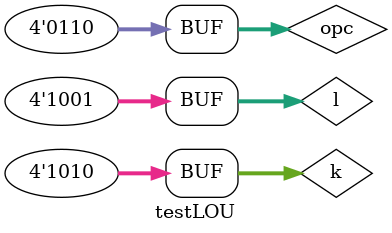
<source format=sv>
`include "NAND.sv"
`include "NOR.sv"
`include "XNOR.sv"
`include "GreaterThan.sv"

module LOU(input logic [3:0] OP_code, A, B, output logic [7:0] Y);

//logic [3:0] a, b;
logic [7:0] Ynand, Ynor, Yxnor, Ygreater;


NAND_GATE_PRO n0(A, B, Ynand);
nor_mod n1(A, B, Ynor);
xnor_mod n3(A, B, Yxnor);

//smt_mod st(A, B, Ysmaller);
grtr_b_mod gt(A, B, Ygreater);
//comparator #(4)et(A, B, Yequal);

always_comb begin

case (OP_code) 

4'b0000: Y = Ynand;
4'b0001: Y = Ynor;
4'b0010: Y = Yxnor;
4'b0011: Y = Ygreater; // Greater than
4'b0100: Y = Ygreater; // Smaller than
4'b0101: Y = Ygreater; // Equal to

endcase

end
endmodule

module testLOU();
logic[3:0] k, l, opc;
logic [7:0] x;


LOU larry(opc, k, l, x);

assign k = 4'b1010;
assign l = 4'b1001;

initial begin
for(int w = 0; w <7; w = w + 1) begin

opc = w; 
#49; //clk must be at least 1 picosecond larger than this.

end
end
endmodule
	

</source>
